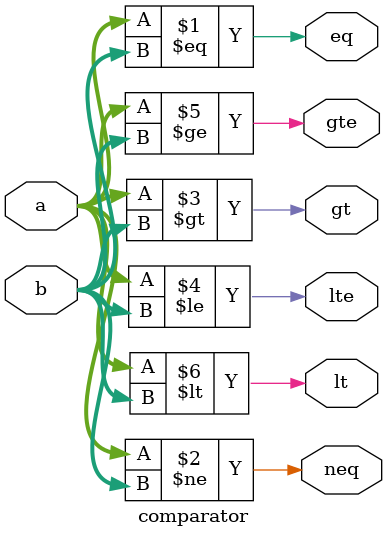
<source format=sv>
module comparator #(parameter N=8)(input logic [N-1:0]a,b,output logic eq,neq,lte,gt,gte,lt);
assign eq=(a==b);
assign neq=(a!=b);
assign gt=(a>b);
assign lte=(a<=b);
assign gte=(a>=b);
assign lt=(a<b);
endmodule

</source>
